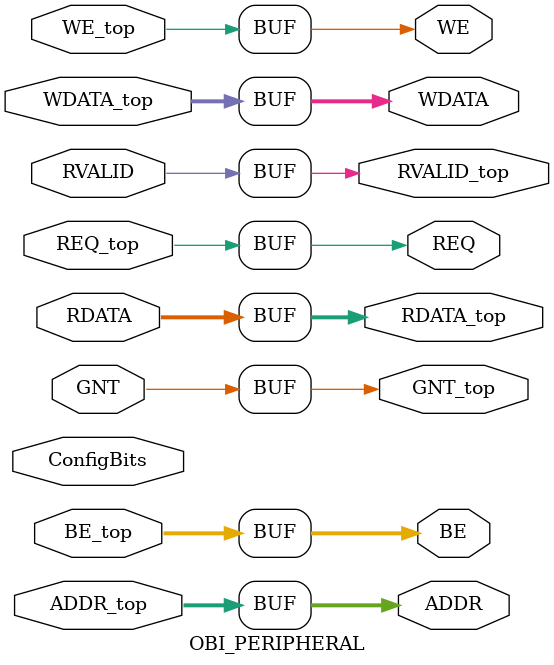
<source format=v>


module OBI_PERIPHERAL #(parameter NoConfigBits = 0)(
	// ConfigBits has to be adjusted manually (we don't use an arithmetic parser for the value)

	// User design
    output        REQ,
    output        WE,
    output [3: 0] BE,
    output [23:0] ADDR,
    output [31:0] WDATA,
    
    input         GNT,
    input         RVALID,
    input  [31:0] RDATA,

    // Top
    (* FABulous, EXTERNAL *) input        REQ_top,
    (* FABulous, EXTERNAL *) input        WE_top,
    (* FABulous, EXTERNAL *) input [3: 0] BE_top,
    (* FABulous, EXTERNAL *) input [23:0] ADDR_top,
    (* FABulous, EXTERNAL *) input [31:0] WDATA_top,
    
    (* FABulous, EXTERNAL *) output         GNT_top,
    (* FABulous, EXTERNAL *) output         RVALID_top,
    (* FABulous, EXTERNAL *) output  [31:0] RDATA_top,

    	(* FABulous, GLOBAL *) input [NoConfigBits-1:0] ConfigBits
);

    assign REQ   = REQ_top;
    assign WE    = WE_top;
    assign BE    = BE_top;
    assign ADDR  = ADDR_top;
    assign WDATA = WDATA_top;

    assign GNT_top      = GNT;
    assign RVALID_top   = RVALID;
    assign RDATA_top    = RDATA;

endmodule

</source>
